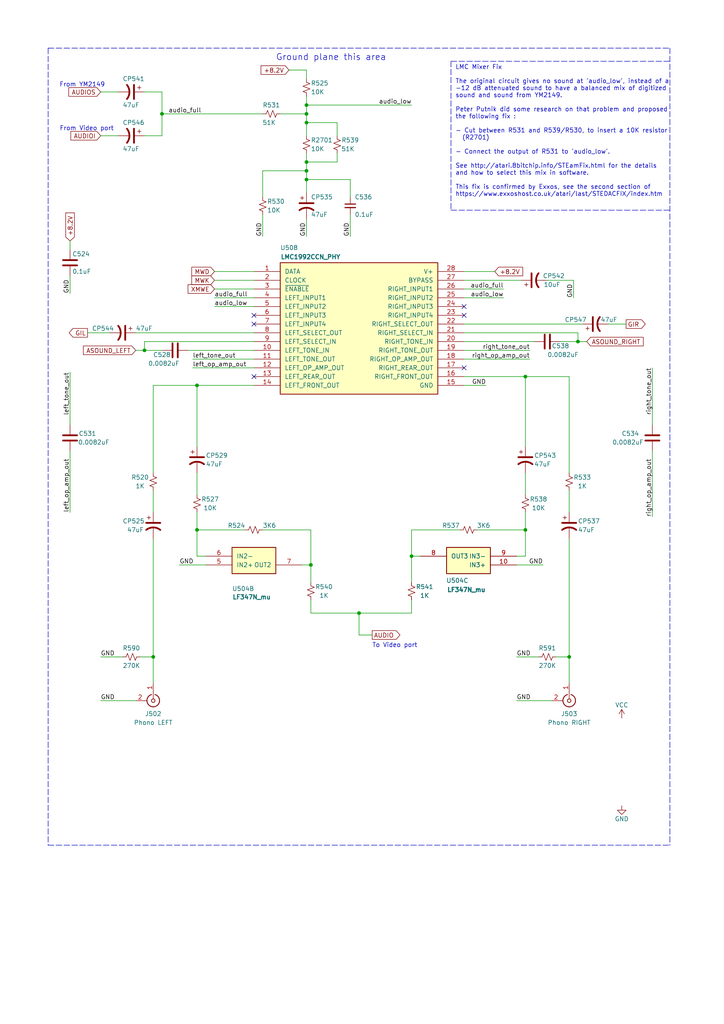
<source format=kicad_sch>
(kicad_sch (version 20211123) (generator eeschema)
  (paper "A4" portrait)
  (title_block (title "ReSTe mignon") (date "2022-07-13") (rev "mk0-0.1") (company "David SPORN") (comment 2 "original repository : https://github.com/sporniket/reste-mignon") (comment 4 "A remake of the Atari STe with some fixes applied and a target size of 25×18cm (B5)"))
  (lib_symbols
    (symbol "Connector:Conn_Coaxial" (pin_names (offset 1.016) hide)
      (property "Reference" "J" (at 0.254 3.048 0))
      (property "Value" "Conn_Coaxial" (at 2.921 0 90))
      (symbol "Conn_Coaxial_0_1"
        (arc (start -1.778 -0.508) (mid 0.222 -1.808) (end 1.778 0) (stroke (width 0.254)))
        (polyline (pts (xy -2.54 0) (xy -0.508 0)))
        (polyline (pts (xy 0 -2.54) (xy 0 -1.778)))
        (circle (center 0 0) (radius 0.508) (stroke (width 0.2032)))
        (arc (start 1.778 0) (mid 0.222 1.8083) (end -1.778 0.508) (stroke (width 0.254)))
      )
      (symbol "Conn_Coaxial_1_1"
        (pin passive line (at -5.08 0 0) (length 2.54) (name "In") (number "1"))
        (pin passive line (at 0 -5.08 90) (length 2.54) (name "Ext") (number "2"))
      )
    )
    (symbol "Device:C" (pin_numbers hide) (pin_names (offset 0.254))
      (property "Reference" "C" (at 0.635 2.54 0))
      (property "Value" "C" (at 0.635 -2.54 0))
      (symbol "C_0_1"
        (polyline (pts (xy -2.032 -0.762) (xy 2.032 -0.762)) (stroke (width 0.508)))
        (polyline (pts (xy -2.032 0.762) (xy 2.032 0.762)) (stroke (width 0.508)))
      )
      (symbol "C_1_1"
        (pin passive line (at 0 3.81 270) (length 2.794) (name "~") (number "1"))
        (pin passive line (at 0 -3.81 90) (length 2.794) (name "~") (number "2"))
      )
    )
    (symbol "Device:C_Polarized_US" (pin_numbers hide) (pin_names (offset 0.254) hide)
      (property "Reference" "C" (at 0.635 2.54 0))
      (property "Value" "C_Polarized_US" (at 0.635 -2.54 0))
      (symbol "C_Polarized_US_0_1"
        (polyline (pts (xy -2.032 0.762) (xy 2.032 0.762)) (stroke (width 0.508)))
        (polyline (pts (xy -1.778 2.286) (xy -0.762 2.286)))
        (polyline (pts (xy -1.27 1.778) (xy -1.27 2.794)))
        (arc (start 2.032 -1.27) (mid 0 -0.5572) (end -2.032 -1.27) (stroke (width 0.508)))
      )
      (symbol "C_Polarized_US_1_1"
        (pin passive line (at 0 3.81 270) (length 2.794) (name "~") (number "1"))
        (pin passive line (at 0 -3.81 90) (length 3.302) (name "~") (number "2"))
      )
    )
    (symbol "Device:C_Small" (pin_numbers hide) (pin_names (offset 0.254) hide)
      (property "Reference" "C" (at 0.254 1.778 0))
      (property "Value" "C_Small" (at 0.254 -2.032 0))
      (symbol "C_Small_0_1"
        (polyline (pts (xy -1.524 -0.508) (xy 1.524 -0.508)) (stroke (width 0.3302)))
        (polyline (pts (xy -1.524 0.508) (xy 1.524 0.508)) (stroke (width 0.3048)))
      )
      (symbol "C_Small_1_1"
        (pin passive line (at 0 2.54 270) (length 2.032) (name "~") (number "1"))
        (pin passive line (at 0 -2.54 90) (length 2.032) (name "~") (number "2"))
      )
    )
    (symbol "Device:R_Small_US" (pin_numbers hide) (pin_names (offset 0.254) hide)
      (property "Reference" "R" (at 0.762 0.508 0))
      (property "Value" "R_Small_US" (at 0.762 -1.016 0))
      (symbol "R_Small_US_1_1"
        (polyline (pts (xy 0 0) (xy 1.016 -0.381) (xy 0 -0.762) (xy -1.016 -1.143) (xy 0 -1.524)))
        (polyline (pts (xy 0 1.524) (xy 1.016 1.143) (xy 0 0.762) (xy -1.016 0.381) (xy 0 0)))
        (pin passive line (at 0 2.54 270) (length 1.016) (name "~") (number "1"))
        (pin passive line (at 0 -2.54 90) (length 1.016) (name "~") (number "2"))
      )
    )
    (symbol "lf347:LF347N_mu" (pin_names (offset 1.27))
      (property "Reference" "U" (at 0 0 0))
      (property "Value" "LF347N_mu" (at 0 0 0))
      (symbol "LF347N_mu_1_0"
        (rectangle (start -6.35 0) (end 6.35 -7.62) (stroke (width 0.254)) (fill (type background)))
        (text "Operational Amplifier 1" (at -12.7 2.54 0) (effects (font (size 1.27 1.27)) (justify left top)))
        (pin output line (at 13.97 -2.54 180) (length 7.62) (name "OUT1") (number "1"))
        (pin input line (at -13.97 -2.54 0) (length 7.62) (name "IN1-") (number "2"))
        (pin input line (at -13.97 -5.08 0) (length 7.62) (name "IN1+") (number "3"))
      )
      (symbol "LF347N_mu_2_0"
        (rectangle (start -6.35 0) (end 6.35 -7.62) (stroke (width 0.254)) (fill (type background)))
        (text "Operational Amplifier 2" (at -12.7 2.54 0) (effects (font (size 1.27 1.27)) (justify left top)))
        (pin input line (at -13.97 -2.54 0) (length 7.62) (name "IN2+") (number "5"))
        (pin input line (at -13.97 -5.08 0) (length 7.62) (name "IN2-") (number "6"))
        (pin output line (at 13.97 -2.54 180) (length 7.62) (name "OUT2") (number "7"))
      )
      (symbol "LF347N_mu_3_0"
        (rectangle (start -6.35 0) (end 6.35 -7.62) (stroke (width 0.254)) (fill (type background)))
        (text "Operational Amplifier 3" (at -12.7 2.54 0) (effects (font (size 1.27 1.27)) (justify left top)))
        (pin input line (at -13.97 -5.08 0) (length 7.62) (name "IN3+") (number "10"))
        (pin output line (at 13.97 -2.54 180) (length 7.62) (name "OUT3") (number "8"))
        (pin input line (at -13.97 -2.54 0) (length 7.62) (name "IN3-") (number "9"))
      )
      (symbol "LF347N_mu_4_0"
        (rectangle (start -6.35 0) (end 6.35 -7.62) (stroke (width 0.254)) (fill (type background)))
        (text "Operational Amplifier 4" (at -12.7 2.54 0) (effects (font (size 1.27 1.27)) (justify left top)))
        (pin input line (at -13.97 -2.54 0) (length 7.62) (name "IN4+") (number "12"))
        (pin input line (at -13.97 -5.08 0) (length 7.62) (name "IN4-") (number "13"))
        (pin output line (at 13.97 -2.54 180) (length 7.62) (name "OUT4") (number "14"))
      )
      (symbol "LF347N_mu_5_0"
        (rectangle (start -2.54 0) (end 2.54 -7.62) (stroke (width 0.254)) (fill (type background)))
        (text "Voltage reference" (at -12.7 2.54 0) (effects (font (size 1.27 1.27)) (justify left top)))
        (pin input line (at -10.16 -5.08 0) (length 7.62) (name "V-") (number "11"))
        (pin input line (at -10.16 -2.54 0) (length 7.62) (name "V+") (number "4"))
      )
      (symbol "LF347N_mu_6_0"
        (rectangle (start -1.27 0) (end 1.27 -2.54) (stroke (width 0.254)) (fill (type background)))
        (text "Power supply" (at -12.7 2.54 0) (effects (font (size 1.27 1.27)) (justify left top)))
      )
    )
    (symbol "lmc1992:LMC1992CCN_PHY" (pin_names (offset 1.27))
      (property "Reference" "U" (at 0 0 0))
      (property "Value" "LMC1992CCN_PHY" (at 0 0 0))
      (symbol "LMC1992CCN_PHY_0_0"
        (rectangle (start -22.86 19.05) (end 22.86 -19.05) (stroke (width 0.254)) (fill (type background)))
        (pin input line (at -30.48 16.51 0) (length 7.62) (name "DATA") (number "1"))
        (pin input line (at -30.48 -6.35 0) (length 7.62) (name "LEFT_TONE_IN") (number "10"))
        (pin output line (at -30.48 -8.89 0) (length 7.62) (name "LEFT_TONE_OUT") (number "11"))
        (pin output line (at -30.48 -11.43 0) (length 7.62) (name "LEFT_OP_AMP_OUT") (number "12"))
        (pin output line (at -30.48 -13.97 0) (length 7.62) (name "LEFT_REAR_OUT") (number "13"))
        (pin output line (at -30.48 -16.51 0) (length 7.62) (name "LEFT_FRONT_OUT") (number "14"))
        (pin power_in line (at 30.48 -16.51 180) (length 7.62) (name "GND") (number "15"))
        (pin output line (at 30.48 -13.97 180) (length 7.62) (name "RIGHT_FRONT_OUT") (number "16"))
        (pin output line (at 30.48 -11.43 180) (length 7.62) (name "RIGHT_REAR_OUT") (number "17"))
        (pin output line (at 30.48 -8.89 180) (length 7.62) (name "RIGHT_OP_AMP_OUT") (number "18"))
        (pin output line (at 30.48 -6.35 180) (length 7.62) (name "RIGHT_TONE_OUT") (number "19"))
        (pin input line (at -30.48 13.97 0) (length 7.62) (name "CLOCK") (number "2"))
        (pin input line (at 30.48 -3.81 180) (length 7.62) (name "RIGHT_TONE_IN") (number "20"))
        (pin input line (at 30.48 -1.27 180) (length 7.62) (name "RIGHT_SELECT_IN") (number "21"))
        (pin output line (at 30.48 1.27 180) (length 7.62) (name "RIGHT_SELECT_OUT") (number "22"))
        (pin input line (at 30.48 3.81 180) (length 7.62) (name "RIGHT_INPUT4") (number "23"))
        (pin input line (at 30.48 6.35 180) (length 7.62) (name "RIGHT_INPUT3") (number "24"))
        (pin input line (at 30.48 8.89 180) (length 7.62) (name "RIGHT_INPUT2") (number "25"))
        (pin input line (at 30.48 11.43 180) (length 7.62) (name "RIGHT_INPUT1") (number "26"))
        (pin input line (at 30.48 13.97 180) (length 7.62) (name "BYPASS") (number "27"))
        (pin power_in line (at 30.48 16.51 180) (length 7.62) (name "V+") (number "28"))
        (pin input line (at -30.48 11.43 0) (length 7.62) (name "~{ENABLE}") (number "3"))
        (pin input line (at -30.48 8.89 0) (length 7.62) (name "LEFT_INPUT1") (number "4"))
        (pin input line (at -30.48 6.35 0) (length 7.62) (name "LEFT_INPUT2") (number "5"))
        (pin input line (at -30.48 3.81 0) (length 7.62) (name "LEFT_INPUT3") (number "6"))
        (pin input line (at -30.48 1.27 0) (length 7.62) (name "LEFT_INPUT4") (number "7"))
        (pin output line (at -30.48 -1.27 0) (length 7.62) (name "LEFT_SELECT_OUT") (number "8"))
        (pin input line (at -30.48 -3.81 0) (length 7.62) (name "LEFT_SELECT_IN") (number "9"))
      )
    )
    (symbol "power:GND" (power) (pin_names (offset 0))
      (property "Value" "GND" (at 0 -3.81 0))
      (symbol "GND_0_1"
        (polyline (pts (xy 0 0) (xy 0 -1.27) (xy 1.27 -1.27) (xy 0 -2.54) (xy -1.27 -1.27) (xy 0 -1.27)))
      )
      (symbol "GND_1_1"
        (pin power_in line (at 0 0 270) (length 0) hide (name "GND") (number "1"))
      )
    )
    (symbol "power:VCC" (power) (pin_names (offset 0))
      (property "Value" "VCC" (at 0 3.81 0))
      (symbol "VCC_0_1"
        (polyline (pts (xy -0.762 1.27) (xy 0 2.54)))
        (polyline (pts (xy 0 0) (xy 0 2.54)))
        (polyline (pts (xy 0 2.54) (xy 0.762 1.27)))
      )
      (symbol "VCC_1_1"
        (pin power_in line (at 0 0 90) (length 0) hide (name "VCC") (number "1"))
      )
    )
  )
  (junction (at 88.9 33.02))
  (junction (at 152.4 109.22))
  (junction (at 152.4 153.67))
  (junction (at 41.91 101.6))
  (junction (at 90.17 163.83))
  (junction (at 88.9 46.99))
  (junction (at 88.9 35.56))
  (junction (at 88.9 52.07))
  (junction (at 165.1 190.5))
  (junction (at 119.38 161.29))
  (junction (at 57.15 111.76))
  (junction (at 167.64 99.06))
  (junction (at 88.9 49.53))
  (junction (at 44.45 190.5))
  (junction (at 104.14 177.8))
  (junction (at 88.9 30.48))
  (junction (at 46.99 33.02))
  (junction (at 57.15 153.67))
  (no_connect (at 73.66 91.44))
  (no_connect (at 73.66 93.98))
  (no_connect (at 134.62 106.68))
  (no_connect (at 134.62 88.9))
  (no_connect (at 134.62 91.44))
  (no_connect (at 73.66 109.22))
  (wire (pts (xy 90.17 163.83) (xy 87.63 163.83)))
  (wire (pts (xy 90.17 163.83) (xy 90.17 168.91)))
  (wire (pts (xy 134.62 109.22) (xy 152.4 109.22)))
  (wire (pts (xy 57.15 148.59) (xy 57.15 153.67)))
  (wire (pts (xy 88.9 46.99) (xy 88.9 49.53)))
  (polyline (pts (xy 13.97 245.11) (xy 194.31 245.11)))
  (wire (pts (xy 165.1 156.21) (xy 165.1 190.5)))
  (wire (pts (xy 41.91 99.06) (xy 73.66 99.06)))
  (wire (pts (xy 57.15 137.16) (xy 57.15 143.51)))
  (polyline (pts (xy 130.81 17.78) (xy 194.31 17.78)))
  (wire (pts (xy 57.15 111.76) (xy 73.66 111.76)))
  (wire (pts (xy 88.9 22.86) (xy 88.9 20.32)))
  (wire (pts (xy 39.37 203.2) (xy 29.21 203.2)))
  (wire (pts (xy 46.99 33.02) (xy 46.99 39.37)))
  (wire (pts (xy 44.45 142.24) (xy 44.45 148.59)))
  (wire (pts (xy 83.82 20.32) (xy 88.9 20.32)))
  (polyline (pts (xy 130.81 60.96) (xy 194.31 60.96)))
  (wire (pts (xy 20.32 123.19) (xy 20.32 107.95)))
  (wire (pts (xy 88.9 30.48) (xy 88.9 33.02)))
  (wire (pts (xy 165.1 190.5) (xy 165.1 198.12)))
  (wire (pts (xy 134.62 101.6) (xy 153.67 101.6)))
  (wire (pts (xy 88.9 44.45) (xy 88.9 46.99)))
  (wire (pts (xy 88.9 27.94) (xy 88.9 30.48)))
  (wire (pts (xy 90.17 153.67) (xy 90.17 163.83)))
  (wire (pts (xy 165.1 109.22) (xy 165.1 137.16)))
  (wire (pts (xy 76.2 49.53) (xy 76.2 57.15)))
  (wire (pts (xy 167.64 96.52) (xy 167.64 99.06)))
  (wire (pts (xy 134.62 104.14) (xy 153.67 104.14)))
  (wire (pts (xy 20.32 72.39) (xy 20.32 69.85)))
  (wire (pts (xy 41.91 26.67) (xy 46.99 26.67)))
  (wire (pts (xy 189.23 106.68) (xy 189.23 123.19)))
  (wire (pts (xy 88.9 52.07) (xy 88.9 55.88)))
  (wire (pts (xy 41.91 101.6) (xy 41.91 99.06)))
  (wire (pts (xy 160.02 203.2) (xy 149.86 203.2)))
  (wire (pts (xy 76.2 153.67) (xy 90.17 153.67)))
  (wire (pts (xy 138.43 153.67) (xy 152.4 153.67)))
  (wire (pts (xy 88.9 49.53) (xy 88.9 52.07)))
  (wire (pts (xy 29.21 39.37) (xy 34.29 39.37)))
  (wire (pts (xy 97.79 46.99) (xy 97.79 44.45)))
  (wire (pts (xy 90.17 177.8) (xy 104.14 177.8)))
  (wire (pts (xy 81.28 33.02) (xy 88.9 33.02)))
  (wire (pts (xy 156.21 190.5) (xy 149.86 190.5)))
  (wire (pts (xy 40.64 190.5) (xy 44.45 190.5)))
  (wire (pts (xy 181.61 93.98) (xy 176.53 93.98)))
  (wire (pts (xy 55.88 104.14) (xy 73.66 104.14)))
  (wire (pts (xy 88.9 30.48) (xy 119.38 30.48)))
  (wire (pts (xy 88.9 35.56) (xy 88.9 39.37)))
  (wire (pts (xy 134.62 93.98) (xy 168.91 93.98)))
  (wire (pts (xy 46.99 33.02) (xy 76.2 33.02)))
  (wire (pts (xy 119.38 153.67) (xy 133.35 153.67)))
  (wire (pts (xy 161.29 190.5) (xy 165.1 190.5)))
  (wire (pts (xy 167.64 99.06) (xy 170.18 99.06)))
  (wire (pts (xy 152.4 109.22) (xy 165.1 109.22)))
  (wire (pts (xy 41.91 39.37) (xy 46.99 39.37)))
  (wire (pts (xy 119.38 173.99) (xy 119.38 177.8)))
  (wire (pts (xy 39.37 96.52) (xy 73.66 96.52)))
  (wire (pts (xy 62.23 86.36) (xy 73.66 86.36)))
  (wire (pts (xy 189.23 130.81) (xy 189.23 149.86)))
  (wire (pts (xy 152.4 109.22) (xy 152.4 129.54)))
  (wire (pts (xy 134.62 78.74) (xy 143.51 78.74)))
  (wire (pts (xy 134.62 81.28) (xy 151.13 81.28)))
  (wire (pts (xy 134.62 99.06) (xy 154.94 99.06)))
  (wire (pts (xy 39.37 101.6) (xy 41.91 101.6)))
  (wire (pts (xy 121.92 161.29) (xy 119.38 161.29)))
  (wire (pts (xy 29.21 26.67) (xy 34.29 26.67)))
  (wire (pts (xy 119.38 161.29) (xy 119.38 168.91)))
  (wire (pts (xy 157.48 163.83) (xy 149.86 163.83)))
  (wire (pts (xy 162.56 99.06) (xy 167.64 99.06)))
  (wire (pts (xy 149.86 161.29) (xy 152.4 161.29)))
  (wire (pts (xy 44.45 190.5) (xy 44.45 198.12)))
  (wire (pts (xy 97.79 39.37) (xy 97.79 35.56)))
  (wire (pts (xy 73.66 101.6) (xy 54.61 101.6)))
  (polyline (pts (xy 130.81 17.78) (xy 130.81 60.96)))
  (wire (pts (xy 104.14 177.8) (xy 119.38 177.8)))
  (wire (pts (xy 20.32 148.59) (xy 20.32 130.81)))
  (wire (pts (xy 101.6 52.07) (xy 101.6 57.15)))
  (wire (pts (xy 152.4 137.16) (xy 152.4 143.51)))
  (wire (pts (xy 57.15 153.67) (xy 71.12 153.67)))
  (wire (pts (xy 119.38 153.67) (xy 119.38 161.29)))
  (wire (pts (xy 88.9 46.99) (xy 97.79 46.99)))
  (wire (pts (xy 88.9 68.58) (xy 88.9 63.5)))
  (wire (pts (xy 165.1 142.24) (xy 165.1 148.59)))
  (wire (pts (xy 88.9 52.07) (xy 101.6 52.07)))
  (polyline (pts (xy 194.31 13.97) (xy 194.31 245.11)))
  (wire (pts (xy 44.45 111.76) (xy 44.45 137.16)))
  (wire (pts (xy 57.15 111.76) (xy 57.15 129.54)))
  (wire (pts (xy 41.91 101.6) (xy 46.99 101.6)))
  (wire (pts (xy 20.32 80.01) (xy 20.32 85.09)))
  (wire (pts (xy 134.62 111.76) (xy 140.97 111.76)))
  (wire (pts (xy 25.4 96.52) (xy 31.75 96.52)))
  (wire (pts (xy 44.45 111.76) (xy 57.15 111.76)))
  (wire (pts (xy 166.37 86.36) (xy 166.37 81.28)))
  (wire (pts (xy 88.9 35.56) (xy 97.79 35.56)))
  (wire (pts (xy 134.62 86.36) (xy 146.05 86.36)))
  (wire (pts (xy 46.99 26.67) (xy 46.99 33.02)))
  (wire (pts (xy 76.2 49.53) (xy 88.9 49.53)))
  (wire (pts (xy 166.37 81.28) (xy 158.75 81.28)))
  (polyline (pts (xy 13.97 13.97) (xy 13.97 245.11)))
  (wire (pts (xy 57.15 153.67) (xy 57.15 161.29)))
  (wire (pts (xy 101.6 62.23) (xy 101.6 68.58)))
  (wire (pts (xy 62.23 88.9) (xy 73.66 88.9)))
  (wire (pts (xy 134.62 83.82) (xy 146.05 83.82)))
  (wire (pts (xy 152.4 148.59) (xy 152.4 153.67)))
  (wire (pts (xy 57.15 161.29) (xy 59.69 161.29)))
  (polyline (pts (xy 13.97 13.97) (xy 194.31 13.97)))
  (wire (pts (xy 55.88 106.68) (xy 73.66 106.68)))
  (wire (pts (xy 62.23 83.82) (xy 73.66 83.82)))
  (wire (pts (xy 76.2 62.23) (xy 76.2 68.58)))
  (wire (pts (xy 52.07 163.83) (xy 59.69 163.83)))
  (wire (pts (xy 134.62 96.52) (xy 167.64 96.52)))
  (wire (pts (xy 62.23 78.74) (xy 73.66 78.74)))
  (wire (pts (xy 62.23 81.28) (xy 73.66 81.28)))
  (wire (pts (xy 104.14 177.8) (xy 104.14 184.15)))
  (wire (pts (xy 88.9 33.02) (xy 88.9 35.56)))
  (wire (pts (xy 35.56 190.5) (xy 29.21 190.5)))
  (wire (pts (xy 152.4 153.67) (xy 152.4 161.29)))
  (wire (pts (xy 90.17 173.99) (xy 90.17 177.8)))
  (wire (pts (xy 44.45 156.21) (xy 44.45 190.5)))
  (wire (pts (xy 104.14 184.15) (xy 107.95 184.15)))
  (text "To Video port" (at 107.95 187.96 0) (effects (font (size 1.27 1.27)) (justify left bottom)))
  (text "Ground plane this area" (at 80.01 17.78 0) (effects (font (size 1.8034 1.8034)) (justify left bottom)))
  (text "From Video port" (at 33.02 38.1 180) (effects (font (size 1.27 1.27)) (justify right bottom)))
  (text "From YM2149" (at 30.48 25.4 180) (effects (font (size 1.27 1.27)) (justify right bottom)))
  (text "LMC Mixer Fix\n\nThe original circuit gives no sound at 'audio_low', instead of a \n-12 dB attenuated sound to have a balanced mix of digitized \nsound and sound from YM2149.\n\nPeter Putnik did some research on that problem and proposed \nthe following fix :\n\n- Cut between R531 and R539/R530, to insert a 10K resistor \n  (R2701)\n  \n- Connect the output of R531 to 'audio_low'. \n\nSee http://atari.8bitchip.info/STEamFix.html for the details \nand how to select this mix in software.\n\nThis fix is confirmed by Exxos, see the second section of\nhttps://www.exxoshost.co.uk/atari/last/STEDACFIX/index.htm\n" (at 132.08 57.15 0) (effects (font (size 1.27 1.27)) (justify left bottom)))
  (label "audio_low" (at 119.38 30.48 180))
  (label "GND" (at 101.6 68.58 90))
  (label "left_tone_out" (at 20.32 107.95 270))
  (label "audio_low" (at 62.23 88.9 0))
  (label "audio_full" (at 58.42 33.02 180))
  (label "GND" (at 140.97 111.76 180))
  (label "GND" (at 20.32 85.09 90))
  (label "GND" (at 88.9 68.58 90))
  (label "GND" (at 166.37 86.36 90))
  (label "GND" (at 52.07 163.83 0))
  (label "left_op_amp_out" (at 55.88 106.68 0))
  (label "GND" (at 149.86 190.5 0))
  (label "GND" (at 29.21 190.5 0))
  (label "right_op_amp_out" (at 189.23 149.86 90))
  (label "GND" (at 76.2 68.58 90))
  (label "audio_low" (at 146.05 86.36 180))
  (label "GND" (at 29.21 203.2 0))
  (label "audio_full" (at 146.05 83.82 180))
  (label "right_tone_out" (at 189.23 106.68 270))
  (label "GND" (at 157.48 163.83 180))
  (label "left_tone_out" (at 55.88 104.14 0))
  (label "right_tone_out" (at 153.67 101.6 180))
  (label "left_op_amp_out" (at 20.32 148.59 90))
  (label "audio_full" (at 62.23 86.36 0))
  (label "GND" (at 149.86 203.2 0))
  (label "right_op_amp_out" (at 153.67 104.14 180))
  (global_label "+8.2V" (shape input) (at 143.51 78.74 0) (property "Intersheet References" "${INTERSHEET_REFS}" (effects hide)))
  (global_label "AUDIO" (shape output) (at 107.95 184.15 0) (property "Intersheet References" "${INTERSHEET_REFS}" (effects hide)))
  (global_label "+8.2V" (shape input) (at 83.82 20.32 180) (property "Intersheet References" "${INTERSHEET_REFS}" (effects hide)))
  (global_label "MWD" (shape input) (at 62.23 78.74 180) (property "Intersheet References" "${INTERSHEET_REFS}" (effects hide)))
  (global_label "AUDIOS" (shape input) (at 29.21 26.67 180) (property "Intersheet References" "${INTERSHEET_REFS}" (effects hide)))
  (global_label "AUDIOI" (shape input) (at 29.21 39.37 180) (property "Intersheet References" "${INTERSHEET_REFS}" (effects hide)))
  (global_label "GIR" (shape output) (at 181.61 93.98 0) (property "Intersheet References" "${INTERSHEET_REFS}" (effects hide)))
  (global_label "GIL" (shape output) (at 25.4 96.52 180) (property "Intersheet References" "${INTERSHEET_REFS}" (effects hide)))
  (global_label "XMWE" (shape input) (at 62.23 83.82 180) (property "Intersheet References" "${INTERSHEET_REFS}" (effects hide)))
  (global_label "ASOUND_RIGHT" (shape input) (at 170.18 99.06 0) (property "Intersheet References" "${INTERSHEET_REFS}" (effects hide)))
  (global_label "ASOUND_LEFT" (shape input) (at 39.37 101.6 180) (property "Intersheet References" "${INTERSHEET_REFS}" (effects hide)))
  (global_label "+8.2V" (shape input) (at 20.32 69.85 90) (property "Intersheet References" "${INTERSHEET_REFS}" (effects hide)))
  (global_label "MWK" (shape input) (at 62.23 81.28 180) (property "Intersheet References" "${INTERSHEET_REFS}" (effects hide)))
  (symbol (lib_id "lmc1992:LMC1992CCN_PHY") (at 104.14 95.25 0) (unit 1)
    (property "Reference" "U508" (at 81.28 71.12 0) (effects (justify left top)))
    (property "Value" "LMC1992CCN_PHY" (at 81.28 73.66 0) (effects (font bold) (justify left top)))
    (property "Footprint" "Package_DIP:DIP-28_W15.24mm_LongPads" (effects hide))
  )
  (symbol (lib_id "Device:C_Polarized_US") (at 88.9 59.69 0) (unit 1)
    (property "Reference" "CP535" (at 90.17 57.15 0) (effects (justify left)))
    (property "Value" "47uF" (at 90.17 62.23 0) (effects (justify left)))
    (property "Footprint" "Capacitor_THT:C_Radial_D6.3mm_H11.0mm_P2.50mm" (effects hide))
  )
  (symbol (lib_id "Device:R_Small_US") (at 76.2 59.69 0) (unit 1)
    (property "Reference" "R530" (at 77.47 58.42 0) (effects (justify left)))
    (property "Value" "10K" (at 77.47 60.96 0) (effects (justify left)))
    (property "Footprint" "Resistor_SMD:R_1206_3216Metric_Pad1.30x1.75mm_HandSolder" (effects hide))
  )
  (symbol (lib_id "Device:C_Small") (at 101.6 59.69 0) (unit 1)
    (property "Reference" "C536" (at 102.87 57.15 0) (effects (justify left)))
    (property "Value" "0.1uF" (at 102.87 62.23 0) (effects (justify left)))
    (property "Footprint" "Capacitor_SMD:C_1206_3216Metric_Pad1.33x1.80mm_HandSolder" (effects hide))
  )
  (symbol (lib_id "Device:C_Polarized_US") (at 38.1 26.67 270) (unit 1)
    (property "Reference" "CP541" (at 35.56 22.86 90) (effects (justify left)))
    (property "Value" "47uF" (at 35.56 30.48 90) (effects (justify left)))
    (property "Footprint" "Capacitor_THT:C_Radial_D6.3mm_H11.0mm_P2.50mm" (effects hide))
  )
  (symbol (lib_id "Device:C_Polarized_US") (at 38.1 39.37 270) (unit 1)
    (property "Reference" "CP546" (at 35.56 35.56 90) (effects (justify left)))
    (property "Value" "47uF" (at 35.56 43.18 90) (effects (justify left)))
    (property "Footprint" "Capacitor_THT:C_Radial_D6.3mm_H11.0mm_P2.50mm" (effects hide))
  )
  (symbol (lib_id "Device:C_Polarized_US") (at 35.56 96.52 270) (unit 1)
    (property "Reference" "CP544" (at 26.67 95.25 90) (effects (justify left)))
    (property "Value" "47uF" (at 39.37 95.25 90) (effects (justify left)))
    (property "Footprint" "Capacitor_THT:C_Radial_D6.3mm_H11.0mm_P2.50mm" (effects hide))
  )
  (symbol (lib_id "Device:C_Polarized_US") (at 172.72 93.98 90) (unit 1)
    (property "Reference" "CP547" (at 170.18 92.71 90) (effects (justify left)))
    (property "Value" "47uF" (at 179.07 92.71 90) (effects (justify left)))
    (property "Footprint" "Capacitor_THT:C_Radial_D6.3mm_H11.0mm_P2.50mm" (effects hide))
  )
  (symbol (lib_id "Device:R_Small_US") (at 88.9 25.4 0) (unit 1)
    (property "Reference" "R525" (at 90.17 24.13 0) (effects (justify left)))
    (property "Value" "10K" (at 90.17 26.67 0) (effects (justify left)))
    (property "Footprint" "Resistor_SMD:R_1206_3216Metric_Pad1.30x1.75mm_HandSolder" (effects hide))
  )
  (symbol (lib_id "Device:R_Small_US") (at 78.74 33.02 90) (unit 1)
    (property "Reference" "R531" (at 81.28 30.48 90) (effects (justify left)))
    (property "Value" "51K" (at 80.01 35.56 90) (effects (justify left)))
    (property "Footprint" "Resistor_SMD:R_1206_3216Metric_Pad1.30x1.75mm_HandSolder" (effects hide))
  )
  (symbol (lib_id "Device:R_Small_US") (at 97.79 41.91 180) (unit 1)
    (property "Reference" "R539" (at 104.14 40.64 0) (effects (justify left)))
    (property "Value" "51K" (at 102.87 43.18 0) (effects (justify left)))
    (property "Footprint" "Resistor_SMD:R_1206_3216Metric_Pad1.30x1.75mm_HandSolder" (effects hide))
  )
  (symbol (lib_id "Device:C") (at 50.8 101.6 90) (unit 1)
    (property "Reference" "C528" (at 49.53 102.87 90) (effects (justify left)))
    (property "Value" "0.0082uF" (at 52.07 105.41 90) (effects (justify left)))
    (property "Footprint" "Capacitor_SMD:C_1206_3216Metric_Pad1.33x1.80mm_HandSolder" (effects hide))
  )
  (symbol (lib_id "Device:C") (at 20.32 127 180) (unit 1)
    (property "Reference" "C531" (at 27.94 125.73 0) (effects (justify left)))
    (property "Value" "0.0082uF" (at 31.75 128.27 0) (effects (justify left)))
    (property "Footprint" "Capacitor_SMD:C_1206_3216Metric_Pad1.33x1.80mm_HandSolder" (effects hide))
  )
  (symbol (lib_id "Device:C") (at 189.23 127 180) (unit 1)
    (property "Reference" "C534" (at 185.42 125.73 0) (effects (justify left)))
    (property "Value" "0.0082uF" (at 186.69 128.27 0) (effects (justify left)))
    (property "Footprint" "Capacitor_SMD:C_1206_3216Metric_Pad1.33x1.80mm_HandSolder" (effects hide))
  )
  (symbol (lib_id "Device:C") (at 158.75 99.06 270) (unit 1)
    (property "Reference" "C538" (at 160.02 100.33 90) (effects (justify left)))
    (property "Value" "0.0082uF" (at 158.75 102.87 90) (effects (justify left)))
    (property "Footprint" "Capacitor_SMD:C_1206_3216Metric_Pad1.33x1.80mm_HandSolder" (effects hide))
  )
  (symbol (lib_id "Device:C") (at 20.32 76.2 0) (unit 1)
    (property "Reference" "C524" (at 20.955 73.66 0) (effects (justify left)))
    (property "Value" "0.1uF" (at 20.955 78.74 0) (effects (justify left)))
    (property "Footprint" "Capacitor_SMD:C_1206_3216Metric_Pad1.33x1.80mm_HandSolder" (effects hide))
  )
  (symbol (lib_id "Device:R_Small_US") (at 44.45 139.7 180) (unit 1)
    (property "Reference" "R520" (at 40.64 138.43 0))
    (property "Value" "1K" (at 40.64 140.97 0))
    (property "Footprint" "Resistor_SMD:R_1206_3216Metric_Pad1.30x1.75mm_HandSolder" (effects hide))
  )
  (symbol (lib_id "Device:C_Polarized_US") (at 44.45 152.4 0) (unit 1)
    (property "Reference" "CP525" (at 35.56 151.13 0) (effects (justify left)))
    (property "Value" "47uF" (at 36.83 153.67 0) (effects (justify left)))
    (property "Footprint" "Capacitor_THT:C_Radial_D6.3mm_H11.0mm_P2.50mm" (effects hide))
  )
  (symbol (lib_id "Device:R_Small_US") (at 38.1 190.5 270) (unit 1)
    (property "Reference" "R590" (at 35.56 187.96 90) (effects (justify left)))
    (property "Value" "270K" (at 35.56 193.04 90) (effects (justify left)))
    (property "Footprint" "Resistor_SMD:R_1206_3216Metric_Pad1.30x1.75mm_HandSolder" (effects hide))
  )
  (symbol (lib_id "Connector:Conn_Coaxial") (at 44.45 203.2 270) (unit 1)
    (property "Reference" "J502" (at 44.45 207.01 90))
    (property "Value" "Phono LEFT" (at 44.45 209.55 90))
    (property "Footprint" "atari-interconnect:socket-rca-5-pins" (effects hide))
    (property "Datasheet" " ~" (effects hide))
  )
  (symbol (lib_id "Device:R_Small_US") (at 165.1 139.7 180) (unit 1)
    (property "Reference" "R533" (at 168.91 138.43 0))
    (property "Value" "1K" (at 168.91 140.97 0))
    (property "Footprint" "Resistor_SMD:R_1206_3216Metric_Pad1.30x1.75mm_HandSolder" (effects hide))
  )
  (symbol (lib_id "Device:C_Polarized_US") (at 165.1 152.4 0) (unit 1)
    (property "Reference" "CP537" (at 167.64 151.13 0) (effects (justify left)))
    (property "Value" "47uF" (at 167.64 153.67 0) (effects (justify left)))
    (property "Footprint" "Capacitor_THT:C_Radial_D6.3mm_H11.0mm_P2.50mm" (effects hide))
  )
  (symbol (lib_id "Device:R_Small_US") (at 158.75 190.5 270) (unit 1)
    (property "Reference" "R591" (at 156.21 187.96 90) (effects (justify left)))
    (property "Value" "270K" (at 156.21 193.04 90) (effects (justify left)))
    (property "Footprint" "Resistor_SMD:R_1206_3216Metric_Pad1.30x1.75mm_HandSolder" (effects hide))
  )
  (symbol (lib_id "Connector:Conn_Coaxial") (at 165.1 203.2 270) (unit 1)
    (property "Reference" "J503" (at 165.1 207.01 90))
    (property "Value" "Phono RIGHT" (at 165.1 209.55 90))
    (property "Footprint" "atari-interconnect:socket-rca-5-pins" (effects hide))
    (property "Datasheet" " ~" (effects hide))
  )
  (symbol (lib_id "Device:C_Polarized_US") (at 57.15 133.35 0) (unit 1)
    (property "Reference" "CP529" (at 59.69 132.08 0) (effects (justify left)))
    (property "Value" "47uF" (at 59.69 134.62 0) (effects (justify left)))
    (property "Footprint" "Capacitor_THT:C_Radial_D6.3mm_H11.0mm_P2.50mm" (effects hide))
  )
  (symbol (lib_id "Device:R_Small_US") (at 57.15 146.05 180) (unit 1)
    (property "Reference" "R527" (at 60.96 144.78 0))
    (property "Value" "10K" (at 60.96 147.32 0))
    (property "Footprint" "Resistor_SMD:R_1206_3216Metric_Pad1.30x1.75mm_HandSolder" (effects hide))
  )
  (symbol (lib_id "Device:R_Small_US") (at 73.66 153.67 270) (unit 1)
    (property "Reference" "R524" (at 66.04 152.4 90) (effects (justify left)))
    (property "Value" "3K6" (at 76.2 152.4 90) (effects (justify left)))
    (property "Footprint" "Resistor_SMD:R_1206_3216Metric_Pad1.30x1.75mm_HandSolder" (effects hide))
  )
  (symbol (lib_id "Device:R_Small_US") (at 90.17 171.45 180) (unit 1)
    (property "Reference" "R540" (at 93.98 170.18 0))
    (property "Value" "1K" (at 93.98 172.72 0))
    (property "Footprint" "Resistor_SMD:R_1206_3216Metric_Pad1.30x1.75mm_HandSolder" (effects hide))
  )
  (symbol (lib_id "Device:C_Polarized_US") (at 152.4 133.35 0) (unit 1)
    (property "Reference" "CP543" (at 154.94 132.08 0) (effects (justify left)))
    (property "Value" "47uF" (at 154.94 134.62 0) (effects (justify left)))
    (property "Footprint" "Capacitor_THT:C_Radial_D6.3mm_H11.0mm_P2.50mm" (effects hide))
  )
  (symbol (lib_id "Device:R_Small_US") (at 152.4 146.05 180) (unit 1)
    (property "Reference" "R538" (at 156.21 144.78 0))
    (property "Value" "10K" (at 156.21 147.32 0))
    (property "Footprint" "Resistor_SMD:R_1206_3216Metric_Pad1.30x1.75mm_HandSolder" (effects hide))
  )
  (symbol (lib_id "Device:R_Small_US") (at 135.89 153.67 90) (unit 1)
    (property "Reference" "R537" (at 133.35 152.4 90) (effects (justify left)))
    (property "Value" "3K6" (at 142.24 152.4 90) (effects (justify left)))
    (property "Footprint" "Resistor_SMD:R_1206_3216Metric_Pad1.30x1.75mm_HandSolder" (effects hide))
  )
  (symbol (lib_id "Device:R_Small_US") (at 119.38 171.45 180) (unit 1)
    (property "Reference" "R541" (at 123.19 170.18 0))
    (property "Value" "1K" (at 123.19 172.72 0))
    (property "Footprint" "Resistor_SMD:R_1206_3216Metric_Pad1.30x1.75mm_HandSolder" (effects hide))
  )
  (symbol (lib_id "lf347:LF347N_mu") (at 73.66 166.37 0) (mirror x) (unit 2)
    (property "Reference" "U504" (at 67.31 171.45 0) (effects (justify left top)))
    (property "Value" "LF347N_mu" (at 67.31 173.99 0) (effects (font bold) (justify left top)))
    (property "Footprint" "Package_DIP:DIP-14_W7.62mm_LongPads" (effects hide))
  )
  (symbol (lib_id "lf347:LF347N_mu") (at 135.89 158.75 0) (mirror y) (unit 3)
    (property "Reference" "U504" (at 135.89 167.64 0) (effects (justify left top)))
    (property "Value" "LF347N_mu" (at 140.97 170.18 0) (effects (font bold) (justify left top)))
    (property "Footprint" "Package_DIP:DIP-14_W7.62mm_LongPads" (effects hide))
  )
  (symbol (lib_id "Device:C_Polarized_US") (at 154.94 81.28 90) (unit 1)
    (property "Reference" "CP542" (at 163.83 80.01 90) (effects (justify left)))
    (property "Value" "10uF" (at 162.56 82.55 90) (effects (justify left)))
    (property "Footprint" "Capacitor_THT:C_Radial_D5.0mm_H11.0mm_P2.00mm" (effects hide))
  )
  (symbol (lib_id "Device:R_Small_US") (at 88.9 41.91 0) (unit 1)
    (property "Reference" "R2701" (at 90.17 40.64 0) (effects (justify left)))
    (property "Value" "10K" (at 90.17 43.18 0) (effects (justify left)))
    (property "Footprint" "Resistor_SMD:R_1206_3216Metric_Pad1.30x1.75mm_HandSolder" (effects hide))
  )
  (symbol (lib_id "power:VCC") (at 180.34 208.28 0) (unit 1)
    (property "Reference" "#PWR0149" (effects hide))
    (property "Value" "VCC" (at 180.34 204.47 0))
  )
  (symbol (lib_id "power:GND") (at 180.34 233.68 0) (unit 1)
    (property "Reference" "#PWR0148" (effects hide))
    (property "Value" "GND" (at 180.34 237.49 0))
  )
)
</source>
